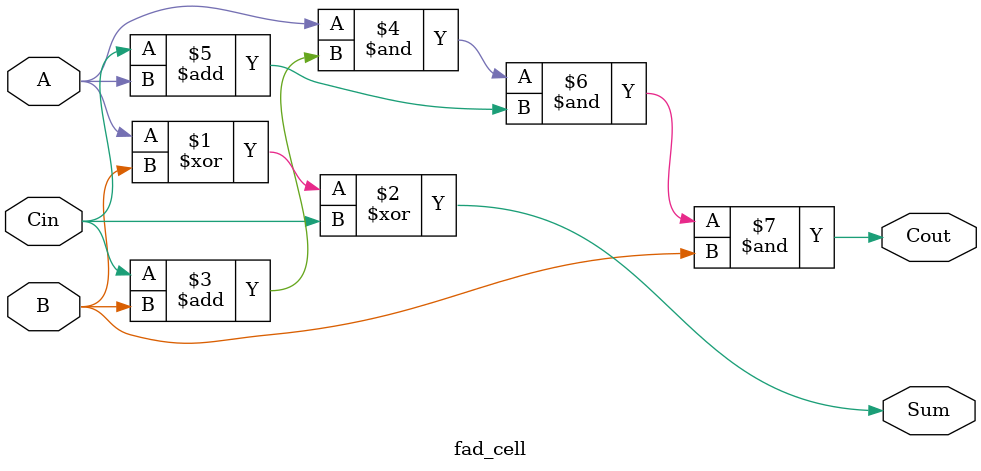
<source format=v>
module fad_cell(input A, B, Cin, output Sum, Cout);
   assign Sum = A^B^Cin;//
   assign Cout = A & Cin + B & Cin + A & B;
endmodule // fad_cell


</source>
